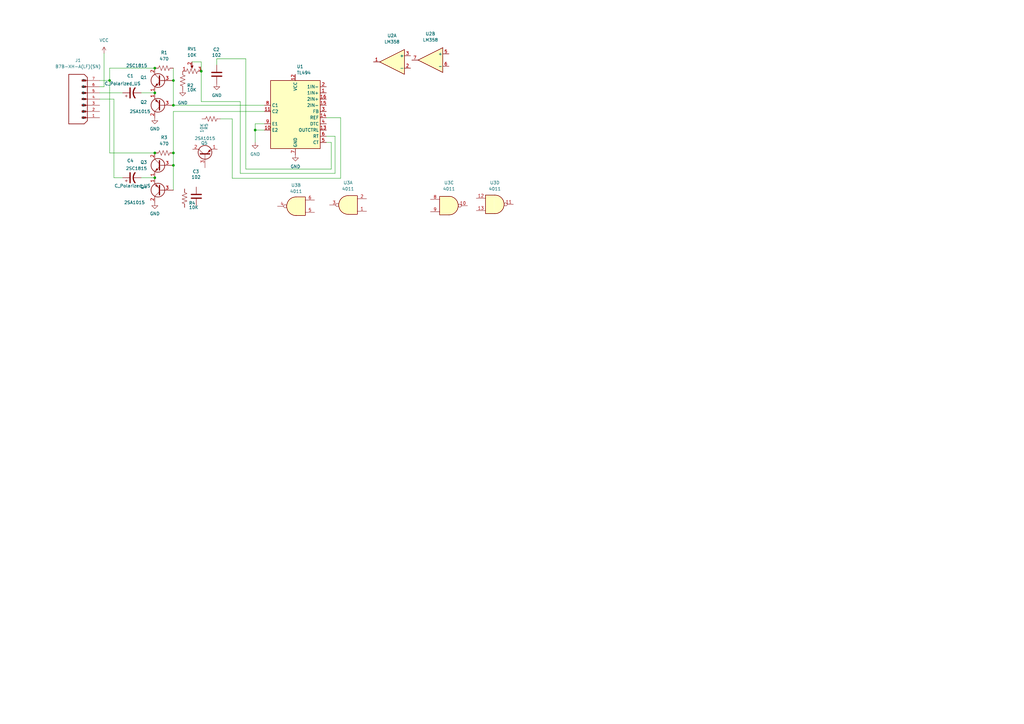
<source format=kicad_sch>
(kicad_sch (version 20211123) (generator eeschema)
  (paper "A3")
  (lib_symbols
    (symbol "4xxx:4011" (pin_names (offset 1.016))
      (property "Reference" "U" (at 0 1.27 0))
      (property "Value" "4011" (at 0 -1.27 0))
      (symbol "4011_1_1"
        (arc (start 0 -3.81) (mid 3.81 0) (end 0 3.81) (stroke (width 0.254)) (fill (type background)))
        (polyline (pts (xy 0 3.81) (xy -3.81 3.81) (xy -3.81 -3.81) (xy 0 -3.81)) (stroke (width 0.254)) (fill (type background)))
        (pin input line (at -7.62 2.54 0) (length 3.81) (name "~") (number "1"))
        (pin input line (at -7.62 -2.54 0) (length 3.81) (name "~") (number "2"))
        (pin output inverted (at 7.62 0 180) (length 3.81) (name "~") (number "3"))
      )
      (symbol "4011_1_2"
        (arc (start -3.81 -3.81) (mid -2.589 0) (end -3.81 3.81) (stroke (width 0.254)))
        (arc (start -0.6096 -3.81) (mid 2.1842 -2.5851) (end 3.81 0) (stroke (width 0.254)) (fill (type background)))
        (polyline (pts (xy -3.81 -3.81) (xy -0.635 -3.81)) (stroke (width 0.254)) (fill (type background)))
        (polyline (pts (xy -3.81 3.81) (xy -0.635 3.81)) (stroke (width 0.254)) (fill (type background)))
        (polyline (pts (xy -0.635 3.81) (xy -3.81 3.81) (xy -3.81 3.81) (xy -3.556 3.4036) (xy -3.0226 2.2606) (xy -2.6924 1.0414) (xy -2.6162 -0.254) (xy -2.7686 -1.4986) (xy -3.175 -2.7178) (xy -3.81 -3.81) (xy -3.81 -3.81) (xy -0.635 -3.81)) (stroke (width -25.4)) (fill (type background)))
        (arc (start 3.81 0) (mid 2.1915 2.5936) (end -0.6096 3.81) (stroke (width 0.254)) (fill (type background)))
        (pin input inverted (at -7.62 2.54 0) (length 4.318) (name "~") (number "1"))
        (pin input inverted (at -7.62 -2.54 0) (length 4.318) (name "~") (number "2"))
        (pin output line (at 7.62 0 180) (length 3.81) (name "~") (number "3"))
      )
      (symbol "4011_2_1"
        (arc (start 0 -3.81) (mid 3.81 0) (end 0 3.81) (stroke (width 0.254)) (fill (type background)))
        (polyline (pts (xy 0 3.81) (xy -3.81 3.81) (xy -3.81 -3.81) (xy 0 -3.81)) (stroke (width 0.254)) (fill (type background)))
        (pin output inverted (at 7.62 0 180) (length 3.81) (name "~") (number "4"))
        (pin input line (at -7.62 2.54 0) (length 3.81) (name "~") (number "5"))
        (pin input line (at -7.62 -2.54 0) (length 3.81) (name "~") (number "6"))
      )
      (symbol "4011_2_2"
        (arc (start -3.81 -3.81) (mid -2.589 0) (end -3.81 3.81) (stroke (width 0.254)))
        (arc (start -0.6096 -3.81) (mid 2.1842 -2.5851) (end 3.81 0) (stroke (width 0.254)) (fill (type background)))
        (polyline (pts (xy -3.81 -3.81) (xy -0.635 -3.81)) (stroke (width 0.254)) (fill (type background)))
        (polyline (pts (xy -3.81 3.81) (xy -0.635 3.81)) (stroke (width 0.254)) (fill (type background)))
        (polyline (pts (xy -0.635 3.81) (xy -3.81 3.81) (xy -3.81 3.81) (xy -3.556 3.4036) (xy -3.0226 2.2606) (xy -2.6924 1.0414) (xy -2.6162 -0.254) (xy -2.7686 -1.4986) (xy -3.175 -2.7178) (xy -3.81 -3.81) (xy -3.81 -3.81) (xy -0.635 -3.81)) (stroke (width -25.4)) (fill (type background)))
        (arc (start 3.81 0) (mid 2.1915 2.5936) (end -0.6096 3.81) (stroke (width 0.254)) (fill (type background)))
        (pin output line (at 7.62 0 180) (length 3.81) (name "~") (number "4"))
        (pin input inverted (at -7.62 2.54 0) (length 4.318) (name "~") (number "5"))
        (pin input inverted (at -7.62 -2.54 0) (length 4.318) (name "~") (number "6"))
      )
      (symbol "4011_3_1"
        (arc (start 0 -3.81) (mid 3.81 0) (end 0 3.81) (stroke (width 0.254)) (fill (type background)))
        (polyline (pts (xy 0 3.81) (xy -3.81 3.81) (xy -3.81 -3.81) (xy 0 -3.81)) (stroke (width 0.254)) (fill (type background)))
        (pin output inverted (at 7.62 0 180) (length 3.81) (name "~") (number "10"))
        (pin input line (at -7.62 2.54 0) (length 3.81) (name "~") (number "8"))
        (pin input line (at -7.62 -2.54 0) (length 3.81) (name "~") (number "9"))
      )
      (symbol "4011_3_2"
        (arc (start -3.81 -3.81) (mid -2.589 0) (end -3.81 3.81) (stroke (width 0.254)))
        (arc (start -0.6096 -3.81) (mid 2.1842 -2.5851) (end 3.81 0) (stroke (width 0.254)) (fill (type background)))
        (polyline (pts (xy -3.81 -3.81) (xy -0.635 -3.81)) (stroke (width 0.254)) (fill (type background)))
        (polyline (pts (xy -3.81 3.81) (xy -0.635 3.81)) (stroke (width 0.254)) (fill (type background)))
        (polyline (pts (xy -0.635 3.81) (xy -3.81 3.81) (xy -3.81 3.81) (xy -3.556 3.4036) (xy -3.0226 2.2606) (xy -2.6924 1.0414) (xy -2.6162 -0.254) (xy -2.7686 -1.4986) (xy -3.175 -2.7178) (xy -3.81 -3.81) (xy -3.81 -3.81) (xy -0.635 -3.81)) (stroke (width -25.4)) (fill (type background)))
        (arc (start 3.81 0) (mid 2.1915 2.5936) (end -0.6096 3.81) (stroke (width 0.254)) (fill (type background)))
        (pin output line (at 7.62 0 180) (length 3.81) (name "~") (number "10"))
        (pin input inverted (at -7.62 2.54 0) (length 4.318) (name "~") (number "8"))
        (pin input inverted (at -7.62 -2.54 0) (length 4.318) (name "~") (number "9"))
      )
      (symbol "4011_4_1"
        (arc (start 0 -3.81) (mid 3.81 0) (end 0 3.81) (stroke (width 0.254)) (fill (type background)))
        (polyline (pts (xy 0 3.81) (xy -3.81 3.81) (xy -3.81 -3.81) (xy 0 -3.81)) (stroke (width 0.254)) (fill (type background)))
        (pin output inverted (at 7.62 0 180) (length 3.81) (name "~") (number "11"))
        (pin input line (at -7.62 2.54 0) (length 3.81) (name "~") (number "12"))
        (pin input line (at -7.62 -2.54 0) (length 3.81) (name "~") (number "13"))
      )
      (symbol "4011_4_2"
        (arc (start -3.81 -3.81) (mid -2.589 0) (end -3.81 3.81) (stroke (width 0.254)))
        (arc (start -0.6096 -3.81) (mid 2.1842 -2.5851) (end 3.81 0) (stroke (width 0.254)) (fill (type background)))
        (polyline (pts (xy -3.81 -3.81) (xy -0.635 -3.81)) (stroke (width 0.254)) (fill (type background)))
        (polyline (pts (xy -3.81 3.81) (xy -0.635 3.81)) (stroke (width 0.254)) (fill (type background)))
        (polyline (pts (xy -0.635 3.81) (xy -3.81 3.81) (xy -3.81 3.81) (xy -3.556 3.4036) (xy -3.0226 2.2606) (xy -2.6924 1.0414) (xy -2.6162 -0.254) (xy -2.7686 -1.4986) (xy -3.175 -2.7178) (xy -3.81 -3.81) (xy -3.81 -3.81) (xy -0.635 -3.81)) (stroke (width -25.4)) (fill (type background)))
        (arc (start 3.81 0) (mid 2.1915 2.5936) (end -0.6096 3.81) (stroke (width 0.254)) (fill (type background)))
        (pin output line (at 7.62 0 180) (length 3.81) (name "~") (number "11"))
        (pin input inverted (at -7.62 2.54 0) (length 4.318) (name "~") (number "12"))
        (pin input inverted (at -7.62 -2.54 0) (length 4.318) (name "~") (number "13"))
      )
      (symbol "4011_5_0"
        (pin power_in line (at 0 12.7 270) (length 5.08) (name "VDD") (number "14"))
        (pin power_in line (at 0 -12.7 90) (length 5.08) (name "VSS") (number "7"))
      )
      (symbol "4011_5_1"
        (rectangle (start -5.08 7.62) (end 5.08 -7.62) (stroke (width 0.254)) (fill (type background)))
      )
    )
    (symbol "AddNew_Library:B7B-XH-A(LF)(SN)" (pin_names (offset 1.016))
      (property "Reference" "J" (at 0 11.43 0))
      (property "Value" "B7B-XH-A(LF)(SN)" (at 0 -12.7 0))
      (symbol "B7B-XH-A(LF)(SN)_0_0"
        (polyline (pts (xy 0 -8.89) (xy 1.27 -10.16)) (stroke (width 0.254)))
        (polyline (pts (xy 0 -7.62) (xy 1.905 -7.62)) (stroke (width 0.254)))
        (polyline (pts (xy 0 -5.08) (xy 1.905 -5.08)) (stroke (width 0.254)))
        (polyline (pts (xy 0 -2.54) (xy 1.905 -2.54)) (stroke (width 0.254)))
        (polyline (pts (xy 0 0) (xy 1.905 0)) (stroke (width 0.254)))
        (polyline (pts (xy 0 2.54) (xy 1.905 2.54)) (stroke (width 0.254)))
        (polyline (pts (xy 0 5.08) (xy 1.905 5.08)) (stroke (width 0.254)))
        (polyline (pts (xy 0 7.62) (xy 0 -8.89)) (stroke (width 0.254)))
        (polyline (pts (xy 0 7.62) (xy 1.905 7.62)) (stroke (width 0.254)))
        (polyline (pts (xy 0 8.89) (xy 0 7.62)) (stroke (width 0.254)))
        (polyline (pts (xy 0 8.89) (xy 1.27 10.16)) (stroke (width 0.254)))
        (polyline (pts (xy 1.27 -10.16) (xy 7.62 -10.16)) (stroke (width 0.254)))
        (polyline (pts (xy 7.62 -10.16) (xy 7.62 10.16)) (stroke (width 0.254)))
        (polyline (pts (xy 7.62 10.16) (xy 1.27 10.16)) (stroke (width 0.254)))
        (rectangle (start 0.6096 -7.9248) (end 2.2098 -7.2898) (fill (type outline)))
        (rectangle (start 0.6096 -5.3848) (end 2.2098 -4.7498) (fill (type outline)))
        (rectangle (start 0.6096 -2.8448) (end 2.2098 -2.2098) (fill (type outline)))
        (rectangle (start 0.6096 -0.3048) (end 2.2098 0.3048) (fill (type outline)))
        (rectangle (start 0.6096 2.2098) (end 2.2098 2.8448) (fill (type outline)))
        (rectangle (start 0.6096 4.7498) (end 2.2098 5.3848) (fill (type outline)))
        (rectangle (start 0.6096 7.2898) (end 2.2098 7.9248) (fill (type outline)))
        (pin passive line (at -5.08 7.62 0) (length 5.08) (name "1") (number "1"))
        (pin passive line (at -5.08 5.08 0) (length 5.08) (name "2") (number "2"))
        (pin passive line (at -5.08 2.54 0) (length 5.08) (name "3") (number "3"))
        (pin passive line (at -5.08 0 0) (length 5.08) (name "4") (number "4"))
        (pin passive line (at -5.08 -2.54 0) (length 5.08) (name "5") (number "5"))
        (pin passive line (at -5.08 -5.08 0) (length 5.08) (name "6") (number "6"))
        (pin passive line (at -5.08 -7.62 0) (length 5.08) (name "7") (number "7"))
      )
    )
    (symbol "Amplifier_Operational:LM358" (pin_names (offset 0.127))
      (property "Reference" "U" (at 0 5.08 0))
      (property "Value" "LM358" (at 0 -5.08 0))
      (symbol "LM358_1_1"
        (polyline (pts (xy -5.08 5.08) (xy 5.08 0) (xy -5.08 -5.08) (xy -5.08 5.08)) (stroke (width 0.254)) (fill (type background)))
        (pin output line (at 7.62 0 180) (length 2.54) (name "~") (number "1"))
        (pin input line (at -7.62 -2.54 0) (length 2.54) (name "-") (number "2"))
        (pin input line (at -7.62 2.54 0) (length 2.54) (name "+") (number "3"))
      )
      (symbol "LM358_2_1"
        (polyline (pts (xy -5.08 5.08) (xy 5.08 0) (xy -5.08 -5.08) (xy -5.08 5.08)) (stroke (width 0.254)) (fill (type background)))
        (pin input line (at -7.62 2.54 0) (length 2.54) (name "+") (number "5"))
        (pin input line (at -7.62 -2.54 0) (length 2.54) (name "-") (number "6"))
        (pin output line (at 7.62 0 180) (length 2.54) (name "~") (number "7"))
      )
      (symbol "LM358_3_1"
        (pin power_in line (at -2.54 -7.62 90) (length 3.81) (name "V-") (number "4"))
        (pin power_in line (at -2.54 7.62 270) (length 3.81) (name "V+") (number "8"))
      )
    )
    (symbol "Device:C" (pin_numbers hide) (pin_names (offset 0.254))
      (property "Reference" "C" (at 0.635 2.54 0))
      (property "Value" "C" (at 0.635 -2.54 0))
      (symbol "C_0_1"
        (polyline (pts (xy -2.032 -0.762) (xy 2.032 -0.762)) (stroke (width 0.508)))
        (polyline (pts (xy -2.032 0.762) (xy 2.032 0.762)) (stroke (width 0.508)))
      )
      (symbol "C_1_1"
        (pin passive line (at 0 3.81 270) (length 2.794) (name "~") (number "1"))
        (pin passive line (at 0 -3.81 90) (length 2.794) (name "~") (number "2"))
      )
    )
    (symbol "Device:C_Polarized_US" (pin_numbers hide) (pin_names (offset 0.254) hide)
      (property "Reference" "C" (at 0.635 2.54 0))
      (property "Value" "C_Polarized_US" (at 0.635 -2.54 0))
      (symbol "C_Polarized_US_0_1"
        (polyline (pts (xy -2.032 0.762) (xy 2.032 0.762)) (stroke (width 0.508)))
        (polyline (pts (xy -1.778 2.286) (xy -0.762 2.286)))
        (polyline (pts (xy -1.27 1.778) (xy -1.27 2.794)))
        (arc (start 2.032 -1.27) (mid 0 -0.5572) (end -2.032 -1.27) (stroke (width 0.508)))
      )
      (symbol "C_Polarized_US_1_1"
        (pin passive line (at 0 3.81 270) (length 2.794) (name "~") (number "1"))
        (pin passive line (at 0 -3.81 90) (length 3.302) (name "~") (number "2"))
      )
    )
    (symbol "Device:R_Potentiometer_US" (pin_names (offset 1.016) hide)
      (property "Reference" "RV" (at -4.445 0 90))
      (property "Value" "R_Potentiometer_US" (at -2.54 0 90))
      (symbol "R_Potentiometer_US_0_1"
        (polyline (pts (xy 0 -2.286) (xy 0 -2.54)))
        (polyline (pts (xy 0 2.54) (xy 0 2.286)))
        (polyline (pts (xy 2.54 0) (xy 1.524 0)))
        (polyline (pts (xy 1.143 0) (xy 2.286 0.508) (xy 2.286 -0.508) (xy 1.143 0)) (fill (type outline)))
        (polyline (pts (xy 0 -0.762) (xy 1.016 -1.143) (xy 0 -1.524) (xy -1.016 -1.905) (xy 0 -2.286)))
        (polyline (pts (xy 0 0.762) (xy 1.016 0.381) (xy 0 0) (xy -1.016 -0.381) (xy 0 -0.762)))
        (polyline (pts (xy 0 2.286) (xy 1.016 1.905) (xy 0 1.524) (xy -1.016 1.143) (xy 0 0.762)))
      )
      (symbol "R_Potentiometer_US_1_1"
        (pin passive line (at 0 3.81 270) (length 1.27) (name "1") (number "1"))
        (pin passive line (at 3.81 0 180) (length 1.27) (name "2") (number "2"))
        (pin passive line (at 0 -3.81 90) (length 1.27) (name "3") (number "3"))
      )
    )
    (symbol "Device:R_US" (pin_numbers hide) (pin_names (offset 0))
      (property "Reference" "R" (at 2.54 0 90))
      (property "Value" "R_US" (at -2.54 0 90))
      (symbol "R_US_0_1"
        (polyline (pts (xy 0 -2.286) (xy 0 -2.54)))
        (polyline (pts (xy 0 2.286) (xy 0 2.54)))
        (polyline (pts (xy 0 -0.762) (xy 1.016 -1.143) (xy 0 -1.524) (xy -1.016 -1.905) (xy 0 -2.286)))
        (polyline (pts (xy 0 0.762) (xy 1.016 0.381) (xy 0 0) (xy -1.016 -0.381) (xy 0 -0.762)))
        (polyline (pts (xy 0 2.286) (xy 1.016 1.905) (xy 0 1.524) (xy -1.016 1.143) (xy 0 0.762)))
      )
      (symbol "R_US_1_1"
        (pin passive line (at 0 3.81 270) (length 1.27) (name "~") (number "1"))
        (pin passive line (at 0 -3.81 90) (length 1.27) (name "~") (number "2"))
      )
    )
    (symbol "Regulator_Controller:TL494"
      (property "Reference" "U" (at 3.81 19.05 0))
      (property "Value" "TL494" (at 3.81 16.51 0))
      (symbol "TL494_0_1"
        (rectangle (start -10.16 -12.7) (end 10.16 15.24) (stroke (width 0.254)) (fill (type background)))
      )
      (symbol "TL494_1_1"
        (pin input line (at -12.7 10.16 0) (length 2.54) (name "1IN+") (number "1"))
        (pin passive line (at 12.7 -5.08 180) (length 2.54) (name "E2") (number "10"))
        (pin passive line (at 12.7 2.54 180) (length 2.54) (name "C2") (number "11"))
        (pin power_in line (at 0 17.78 270) (length 2.54) (name "VCC") (number "12"))
        (pin input line (at -12.7 -5.08 0) (length 2.54) (name "OUTCTRL") (number "13"))
        (pin power_out line (at -12.7 0 0) (length 2.54) (name "REF") (number "14"))
        (pin input line (at -12.7 5.08 0) (length 2.54) (name "2IN-") (number "15"))
        (pin input line (at -12.7 7.62 0) (length 2.54) (name "2IN+") (number "16"))
        (pin input line (at -12.7 12.7 0) (length 2.54) (name "1IN-") (number "2"))
        (pin output line (at -12.7 2.54 0) (length 2.54) (name "FB") (number "3"))
        (pin input line (at -12.7 -2.54 0) (length 2.54) (name "DTC") (number "4"))
        (pin passive line (at -12.7 -10.16 0) (length 2.54) (name "CT") (number "5"))
        (pin passive line (at -12.7 -7.62 0) (length 2.54) (name "RT") (number "6"))
        (pin power_in line (at 0 -15.24 90) (length 2.54) (name "GND") (number "7"))
        (pin passive line (at 12.7 5.08 180) (length 2.54) (name "C1") (number "8"))
        (pin passive line (at 12.7 -2.54 180) (length 2.54) (name "E1") (number "9"))
      )
    )
    (symbol "Transistor_BJT:2SA1015" (pin_names (offset 0) hide)
      (property "Reference" "Q" (at 5.08 1.905 0))
      (property "Value" "2SA1015" (at 5.08 0 0))
      (symbol "2SA1015_0_1"
        (polyline (pts (xy 0 0) (xy 0.635 0)))
        (polyline (pts (xy 2.54 -2.54) (xy 0.635 -0.635)))
        (polyline (pts (xy 2.54 2.54) (xy 0.635 0.635)))
        (polyline (pts (xy 0.635 1.905) (xy 0.635 -1.905) (xy 0.635 -1.905)) (stroke (width 0.508)) (fill (type outline)))
        (polyline (pts (xy 1.778 -2.286) (xy 2.286 -1.778) (xy 1.27 -1.27) (xy 1.778 -2.286) (xy 1.778 -2.286)) (fill (type outline)))
        (circle (center 1.27 0) (radius 2.8194) (stroke (width 0.254)))
      )
      (symbol "2SA1015_1_1"
        (pin passive line (at 2.54 -5.08 90) (length 2.54) (name "E") (number "1"))
        (pin passive line (at 2.54 5.08 270) (length 2.54) (name "C") (number "2"))
        (pin input line (at -5.08 0 0) (length 5.08) (name "B") (number "3"))
      )
    )
    (symbol "Transistor_BJT:2SC1815" (pin_names (offset 0) hide)
      (property "Reference" "Q" (at 5.08 1.905 0))
      (property "Value" "2SC1815" (at 5.08 0 0))
      (symbol "2SC1815_0_1"
        (polyline (pts (xy 0 0) (xy 0.508 0)))
        (polyline (pts (xy 0.635 0.635) (xy 2.54 2.54)))
        (polyline (pts (xy 0.635 -0.635) (xy 2.54 -2.54) (xy 2.54 -2.54)))
        (polyline (pts (xy 0.635 1.905) (xy 0.635 -1.905) (xy 0.635 -1.905)) (stroke (width 0.508)))
        (polyline (pts (xy 1.27 -1.778) (xy 1.778 -1.27) (xy 2.286 -2.286) (xy 1.27 -1.778) (xy 1.27 -1.778)) (fill (type outline)))
        (circle (center 1.27 0) (radius 2.8194) (stroke (width 0.254)))
      )
      (symbol "2SC1815_1_1"
        (pin passive line (at 2.54 -5.08 90) (length 2.54) (name "E") (number "1"))
        (pin passive line (at 2.54 5.08 270) (length 2.54) (name "C") (number "2"))
        (pin input line (at -5.08 0 0) (length 5.08) (name "B") (number "3"))
      )
    )
    (symbol "power:GND" (power) (pin_names (offset 0))
      (property "Value" "GND" (at 0 -3.81 0))
      (symbol "GND_0_1"
        (polyline (pts (xy 0 0) (xy 0 -1.27) (xy 1.27 -1.27) (xy 0 -2.54) (xy -1.27 -1.27) (xy 0 -1.27)))
      )
      (symbol "GND_1_1"
        (pin power_in line (at 0 0 270) (length 0) hide (name "GND") (number "1"))
      )
    )
    (symbol "power:VCC" (power) (pin_names (offset 0))
      (property "Value" "VCC" (at 0 3.81 0))
      (symbol "VCC_0_1"
        (polyline (pts (xy -0.762 1.27) (xy 0 2.54)))
        (polyline (pts (xy 0 0) (xy 0 2.54)))
        (polyline (pts (xy 0 2.54) (xy 0.762 1.27)))
      )
      (symbol "VCC_1_1"
        (pin power_in line (at 0 0 90) (length 0) hide (name "VCC") (number "1"))
      )
    )
  )
  (junction (at 71.12 33.02))
  (junction (at 63.5 62.738))
  (junction (at 63.5 27.94))
  (junction (at 63.5 72.898))
  (junction (at 104.648 53.34))
  (junction (at 71.12 67.818))
  (junction (at 82.55 29.21))
  (junction (at 63.5 38.1))
  (junction (at 71.12 62.738))
  (junction (at 44.958 33.02))
  (junction (at 71.12 43.18))
  (wire (pts (xy 44.958 33.02) (xy 44.958 62.738)))
  (wire (pts (xy 135.89 69.342) (xy 100.838 69.342)))
  (wire (pts (xy 137.414 55.88) (xy 133.858 55.88)))
  (wire (pts (xy 57.912 72.898) (xy 63.5 72.898)))
  (wire (pts (xy 46.736 72.898) (xy 50.292 72.898)))
  (wire (pts (xy 104.648 53.34) (xy 104.648 58.42)))
  (wire (pts (xy 71.12 33.02) (xy 71.12 43.18)))
  (wire (pts (xy 139.7 73.152) (xy 95.25 73.152)))
  (wire (pts (xy 137.414 71.12) (xy 137.414 55.88)))
  (wire (pts (xy 100.838 24.13) (xy 88.9 24.13)))
  (wire (pts (xy 108.458 53.34) (xy 104.648 53.34)))
  (wire (pts (xy 71.12 27.94) (xy 71.12 33.02)))
  (wire (pts (xy 139.7 48.26) (xy 139.7 73.152)))
  (wire (pts (xy 71.12 43.18) (xy 108.458 43.18)))
  (wire (pts (xy 78.74 25.4) (xy 82.55 25.4)))
  (wire (pts (xy 63.5 27.94) (xy 44.958 27.94)))
  (wire (pts (xy 71.12 67.818) (xy 71.12 77.978)))
  (wire (pts (xy 50.292 38.1) (xy 40.894 38.1)))
  (wire (pts (xy 71.12 43.18) (xy 71.12 43.434)))
  (wire (pts (xy 100.838 24.13) (xy 100.838 69.342)))
  (wire (pts (xy 71.12 45.72) (xy 108.458 45.72)))
  (wire (pts (xy 57.912 38.1) (xy 63.5 38.1)))
  (wire (pts (xy 44.958 62.738) (xy 63.5 62.738)))
  (wire (pts (xy 46.736 40.64) (xy 46.736 72.898)))
  (wire (pts (xy 71.12 62.738) (xy 71.12 45.72)))
  (wire (pts (xy 133.858 48.26) (xy 139.7 48.26)))
  (wire (pts (xy 88.9 24.13) (xy 88.9 26.67)))
  (wire (pts (xy 95.25 73.152) (xy 95.25 48.768)))
  (wire (pts (xy 40.894 40.64) (xy 46.736 40.64)))
  (wire (pts (xy 98.552 41.656) (xy 98.552 71.12)))
  (wire (pts (xy 44.958 27.94) (xy 44.958 33.02)))
  (wire (pts (xy 40.894 35.56) (xy 42.672 35.56)))
  (wire (pts (xy 133.858 58.42) (xy 135.89 58.42)))
  (wire (pts (xy 82.55 25.4) (xy 82.55 29.21)))
  (wire (pts (xy 98.552 41.656) (xy 82.55 41.656)))
  (wire (pts (xy 98.552 71.12) (xy 137.414 71.12)))
  (wire (pts (xy 42.672 21.844) (xy 42.672 35.56)))
  (wire (pts (xy 44.958 33.02) (xy 40.894 33.02)))
  (wire (pts (xy 135.89 58.42) (xy 135.89 69.342)))
  (wire (pts (xy 82.55 41.656) (xy 82.55 29.21)))
  (wire (pts (xy 71.12 62.738) (xy 71.12 67.818)))
  (wire (pts (xy 90.424 48.768) (xy 95.25 48.768)))
  (wire (pts (xy 104.648 50.8) (xy 104.648 53.34)))
  (wire (pts (xy 104.648 50.8) (xy 108.458 50.8)))
  (symbol (lib_id "4xxx:4011") (at 202.946 83.82 0) (unit 4)
    (property "Reference" "U3" (at 202.946 74.93 0))
    (property "Value" "4011" (at 202.946 77.47 0))
    (property "Datasheet" "http://www.intersil.com/content/dam/Intersil/documents/cd40/cd4011bms-12bms-23bms.pdf" (effects hide))
  )
  (symbol (lib_id "Device:R_US") (at 86.614 48.768 90) (unit 1)
    (property "Reference" "R5" (at 84.582 50.546 0) (effects (justify right)))
    (property "Value" "10K" (at 82.804 50.546 0) (effects (justify right)))
  )
  (symbol (lib_id "Device:R_US") (at 67.31 27.94 270) (unit 1)
    (property "Reference" "R1" (at 67.31 21.59 90))
    (property "Value" "470" (at 67.31 24.13 90))
  )
  (symbol (lib_id "4xxx:4011") (at 121.412 84.582 180) (unit 2)
    (property "Reference" "U3" (at 121.412 75.946 0))
    (property "Value" "4011" (at 121.412 78.486 0))
    (property "Datasheet" "http://www.intersil.com/content/dam/Intersil/documents/cd40/cd4011bms-12bms-23bms.pdf" (effects hide))
  )
  (symbol (lib_id "Regulator_Controller:TL494") (at 121.158 48.26 0) (mirror y) (unit 1)
    (property "Reference" "U1" (at 121.6786 27.305 0) (effects (justify right)))
    (property "Value" "TL494" (at 121.6786 29.845 0) (effects (justify right)))
    (property "Datasheet" "http://www.ti.com/lit/ds/symlink/tl494.pdf" (effects hide))
  )
  (symbol (lib_id "Transistor_BJT:2SA1015") (at 66.04 77.978 180) (unit 1)
    (property "Reference" "Q4" (at 60.325 76.7079 0) (effects (justify left)))
    (property "Value" "2SA1015" (at 59.436 83.058 0) (effects (justify left)))
    (property "Footprint" "Package_TO_SOT_SMD:SOT-23" (effects hide))
    (property "Datasheet" "http://www.datasheetcatalog.org/datasheet/toshiba/905.pdf" (effects hide))
  )
  (symbol (lib_id "Device:C_Polarized_US") (at 54.102 38.1 90) (unit 1)
    (property "Reference" "C1" (at 53.467 31.115 90))
    (property "Value" "C_Polarized_US" (at 50.292 34.29 90))
    (property "Footprint" "Capacitor_SMD:CP_Elec_6.3x5.4_Nichicon" (effects hide))
  )
  (symbol (lib_id "AddNew_Library:B7B-XH-A(LF)(SN)") (at 35.814 40.64 180) (unit 1)
    (property "Reference" "J1" (at 32.004 24.765 0))
    (property "Value" "B7B-XH-A(LF)(SN)" (at 32.004 27.305 0))
    (property "Footprint" "AddNewLibrary:JST_B7B-XH-A(LF)(SN)" (effects hide))
    (property "MANUFACTURER" "JST Sales America Inc." (effects hide))
    (property "SNAPEDA_PN" "B7B-XH-A(LF)(SN)" (effects hide))
    (property "PARTREV" "N/A" (effects hide))
    (property "STANDARD" "Manufacturer Recommendations" (effects hide))
    (property "MAXIMUM_PACKAGE_HEIGHT" "7 mm" (effects hide))
  )
  (symbol (lib_id "Transistor_BJT:2SC1815") (at 66.04 33.02 0) (mirror y) (unit 1)
    (property "Reference" "Q1" (at 60.325 31.7499 0) (effects (justify left)))
    (property "Value" "2SC1815" (at 60.452 26.924 0) (effects (justify left)))
    (property "Footprint" "Package_TO_SOT_SMD:SOT-23" (effects hide))
    (property "Datasheet" "https://media.digikey.com/pdf/Data%20Sheets/Toshiba%20PDFs/2SC1815.pdf" (effects hide))
  )
  (symbol (lib_id "4xxx:4011") (at 142.748 84.074 180) (unit 1)
    (property "Reference" "U3" (at 142.748 74.93 0))
    (property "Value" "4011" (at 142.748 77.47 0))
    (property "Datasheet" "http://www.intersil.com/content/dam/Intersil/documents/cd40/cd4011bms-12bms-23bms.pdf" (effects hide))
  )
  (symbol (lib_id "Transistor_BJT:2SA1015") (at 66.04 43.18 180) (unit 1)
    (property "Reference" "Q2" (at 60.325 41.9099 0) (effects (justify left)))
    (property "Value" "2SA1015" (at 61.722 45.72 0) (effects (justify left)))
    (property "Footprint" "Package_TO_SOT_SMD:SOT-23" (effects hide))
    (property "Datasheet" "http://www.datasheetcatalog.org/datasheet/toshiba/905.pdf" (effects hide))
  )
  (symbol (lib_id "power:GND") (at 121.158 63.5 0) (unit 1)
    (property "Reference" "#PWR0104" (effects hide))
    (property "Value" "GND" (at 121.158 68.326 0))
  )
  (symbol (lib_id "power:GND") (at 63.5 48.26 0) (unit 1)
    (property "Reference" "#PWR0101" (effects hide))
    (property "Value" "GND" (at 63.5 52.832 0))
  )
  (symbol (lib_id "Device:C_Polarized_US") (at 54.102 72.898 90) (unit 1)
    (property "Reference" "C4" (at 53.467 65.913 90))
    (property "Value" "C_Polarized_US" (at 54.356 76.2 90))
    (property "Footprint" "Capacitor_SMD:CP_Elec_6.3x5.4_Nichicon" (effects hide))
  )
  (symbol (lib_id "power:GND") (at 88.9 34.29 0) (unit 1)
    (property "Reference" "#PWR0103" (effects hide))
    (property "Value" "GND" (at 88.9 39.116 0))
  )
  (symbol (lib_id "Transistor_BJT:2SA1015") (at 84.074 63.754 90) (unit 1)
    (property "Reference" "Q5" (at 83.82 58.674 90))
    (property "Value" "2SA1015" (at 84.074 56.769 90))
    (property "Footprint" "Package_TO_SOT_SMD:SOT-23" (effects hide))
    (property "Datasheet" "http://www.datasheetcatalog.org/datasheet/toshiba/905.pdf" (effects hide))
  )
  (symbol (lib_id "Device:R_US") (at 75.692 81.28 180) (unit 1)
    (property "Reference" "R4" (at 77.47 83.312 0) (effects (justify right)))
    (property "Value" "10K" (at 77.47 85.09 0) (effects (justify right)))
  )
  (symbol (lib_id "4xxx:4011") (at 184.15 84.328 0) (unit 3)
    (property "Reference" "U3" (at 184.15 74.93 0))
    (property "Value" "4011" (at 184.15 77.47 0))
    (property "Datasheet" "http://www.intersil.com/content/dam/Intersil/documents/cd40/cd4011bms-12bms-23bms.pdf" (effects hide))
  )
  (symbol (lib_id "power:GND") (at 104.648 58.42 0) (unit 1)
    (property "Reference" "#PWR0105" (effects hide))
    (property "Value" "GND" (at 104.648 63.246 0))
  )
  (symbol (lib_id "Device:R_Potentiometer_US") (at 78.74 29.21 90) (unit 1)
    (property "Reference" "RV1" (at 78.74 20.066 90))
    (property "Value" "10K" (at 78.74 22.606 90))
  )
  (symbol (lib_id "Transistor_BJT:2SC1815") (at 66.04 67.818 0) (mirror y) (unit 1)
    (property "Reference" "Q3" (at 60.325 66.5479 0) (effects (justify left)))
    (property "Value" "2SC1815" (at 60.325 69.0879 0) (effects (justify left)))
    (property "Footprint" "Package_TO_SOT_SMD:SOT-23" (effects hide))
    (property "Datasheet" "https://media.digikey.com/pdf/Data%20Sheets/Toshiba%20PDFs/2SC1815.pdf" (effects hide))
  )
  (symbol (lib_id "Device:R_US") (at 74.93 33.02 180) (unit 1)
    (property "Reference" "R2" (at 76.708 35.052 0) (effects (justify right)))
    (property "Value" "10K" (at 76.708 36.83 0) (effects (justify right)))
  )
  (symbol (lib_id "Amplifier_Operational:LM358") (at 160.782 25.4 0) (mirror y) (unit 1)
    (property "Reference" "U2" (at 160.782 14.605 0))
    (property "Value" "LM358" (at 160.782 17.145 0))
    (property "Datasheet" "http://www.ti.com/lit/ds/symlink/lm2904-n.pdf" (effects hide))
  )
  (symbol (lib_id "Device:C") (at 80.518 80.518 0) (unit 1)
    (property "Reference" "C3" (at 78.994 70.358 0) (effects (justify left)))
    (property "Value" "102" (at 78.486 72.644 0) (effects (justify left)))
    (property "Footprint" "Capacitor_SMD:C_0603_1608Metric" (effects hide))
  )
  (symbol (lib_id "Amplifier_Operational:LM358") (at 176.53 24.638 0) (mirror y) (unit 2)
    (property "Reference" "U2" (at 176.53 13.843 0))
    (property "Value" "LM358" (at 176.53 16.383 0))
    (property "Datasheet" "http://www.ti.com/lit/ds/symlink/lm2904-n.pdf" (effects hide))
  )
  (symbol (lib_id "power:GND") (at 74.93 36.83 0) (unit 1)
    (property "Reference" "#PWR0102" (effects hide))
    (property "Value" "GND" (at 74.93 42.164 0))
  )
  (symbol (lib_id "Device:R_US") (at 67.31 62.738 270) (unit 1)
    (property "Reference" "R3" (at 67.31 56.388 90))
    (property "Value" "470" (at 67.31 58.928 90))
  )
  (symbol (lib_id "power:GND") (at 63.5 83.058 0) (unit 1)
    (property "Reference" "#PWR0106" (effects hide))
    (property "Value" "GND" (at 63.5 87.63 0))
  )
  (symbol (lib_id "power:VCC") (at 42.672 21.844 0) (unit 1)
    (property "Reference" "#PWR0107" (effects hide))
    (property "Value" "VCC" (at 42.672 16.51 0))
  )
  (symbol (lib_id "Device:C") (at 88.9 30.48 0) (unit 1)
    (property "Reference" "C2" (at 87.376 20.32 0) (effects (justify left)))
    (property "Value" "102" (at 86.868 22.606 0) (effects (justify left)))
    (property "Footprint" "Capacitor_SMD:C_0603_1608Metric" (effects hide))
  )
)
</source>
